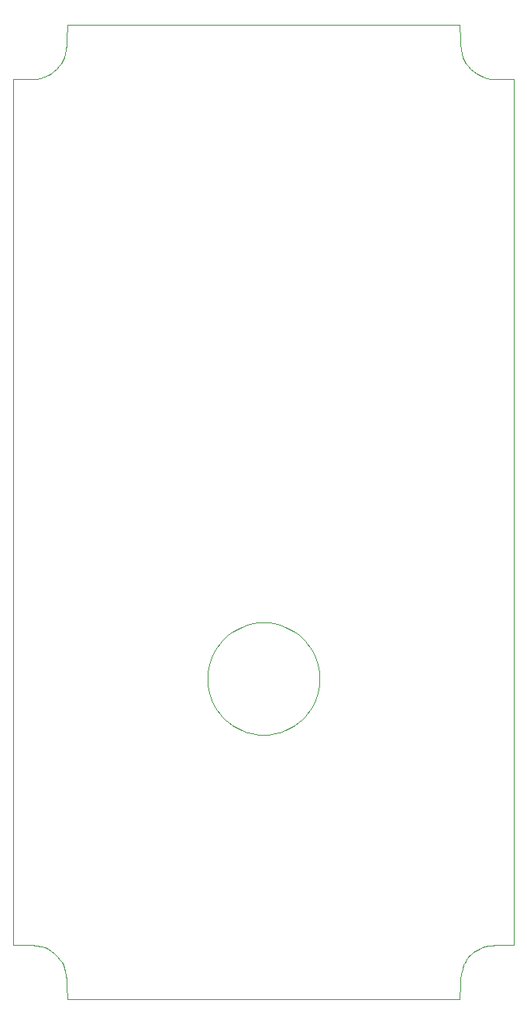
<source format=gbr>
G04 #@! TF.FileFunction,Profile,NP*
%FSLAX46Y46*%
G04 Gerber Fmt 4.6, Leading zero omitted, Abs format (unit mm)*
G04 Created by KiCad (PCBNEW 4.0.7-e0-6372~58~ubuntu16.04.1) date Fri Aug 17 11:57:39 2018*
%MOMM*%
%LPD*%
G01*
G04 APERTURE LIST*
%ADD10C,0.100000*%
G04 APERTURE END LIST*
D10*
X105396845Y-144108550D02*
X105442145Y-143435250D01*
X105442145Y-143435250D02*
X105521175Y-142841040D01*
X105521175Y-142841040D02*
X105637061Y-142318340D01*
X105637061Y-142318340D02*
X105792935Y-141859560D01*
X105792935Y-141859560D02*
X105886845Y-141651760D01*
X105886845Y-141651760D02*
X105991926Y-141457090D01*
X105991926Y-141457090D02*
X106108567Y-141274600D01*
X106108567Y-141274600D02*
X106237161Y-141103350D01*
X106237161Y-141103350D02*
X106378099Y-140942370D01*
X106378099Y-140942370D02*
X106531771Y-140790730D01*
X106531771Y-140790730D02*
X106878883Y-140511660D01*
X106878883Y-140511660D02*
X107206785Y-140290440D01*
X107206785Y-140290440D02*
X107509011Y-140114460D01*
X107509011Y-140114460D02*
X107804617Y-139978680D01*
X107804617Y-139978680D02*
X108112653Y-139878070D01*
X108112653Y-139878070D02*
X108452174Y-139807570D01*
X108452174Y-139807570D02*
X108842233Y-139762170D01*
X108842233Y-139762170D02*
X109301882Y-139736870D01*
X109301882Y-139736870D02*
X109850175Y-139726570D01*
X109850175Y-139726570D02*
X111296564Y-139715870D01*
X111296564Y-139715870D02*
X111296564Y-92443645D01*
X111296564Y-92443645D02*
X111296564Y-45171423D01*
X111296564Y-45171423D02*
X109850175Y-45170023D01*
X109850175Y-45170023D02*
X109266949Y-45155583D01*
X109266949Y-45155583D02*
X108750577Y-45111243D01*
X108750577Y-45111243D02*
X108291272Y-45033653D01*
X108291272Y-45033653D02*
X107879249Y-44919487D01*
X107879249Y-44919487D02*
X107504723Y-44765403D01*
X107504723Y-44765403D02*
X107157908Y-44568063D01*
X107157908Y-44568063D02*
X106829019Y-44324130D01*
X106829019Y-44324130D02*
X106508269Y-44030266D01*
X106508269Y-44030266D02*
X106240299Y-43737394D01*
X106240299Y-43737394D02*
X106017017Y-43434367D01*
X106017017Y-43434367D02*
X105834535Y-43109733D01*
X105834535Y-43109733D02*
X105688961Y-42752041D01*
X105688961Y-42752041D02*
X105576407Y-42349839D01*
X105576407Y-42349839D02*
X105492977Y-41891676D01*
X105492977Y-41891676D02*
X105434787Y-41366100D01*
X105434787Y-41366100D02*
X105397947Y-40761660D01*
X105397947Y-40761660D02*
X105333637Y-39244716D01*
X105333637Y-39244716D02*
X83922856Y-39244716D01*
X83922856Y-39244716D02*
X62512077Y-39244716D01*
X62512077Y-39244716D02*
X62438980Y-40786912D01*
X62438980Y-40786912D02*
X62400005Y-41386651D01*
X62400005Y-41386651D02*
X62341141Y-41904229D01*
X62341141Y-41904229D02*
X62257716Y-42353075D01*
X62257716Y-42353075D02*
X62145059Y-42746617D01*
X62145059Y-42746617D02*
X61998500Y-43098285D01*
X61998500Y-43098285D02*
X61813366Y-43421507D01*
X61813366Y-43421507D02*
X61584988Y-43729711D01*
X61584988Y-43729711D02*
X61308693Y-44036327D01*
X61308693Y-44036327D02*
X60998310Y-44327251D01*
X60998310Y-44327251D02*
X60676589Y-44569240D01*
X60676589Y-44569240D02*
X60334309Y-44765445D01*
X60334309Y-44765445D02*
X59962250Y-44919017D01*
X59962250Y-44919017D02*
X59551192Y-45033108D01*
X59551192Y-45033108D02*
X59091916Y-45110868D01*
X59091916Y-45110868D02*
X58575202Y-45155448D01*
X58575202Y-45155448D02*
X57991829Y-45169998D01*
X57991829Y-45169998D02*
X56545440Y-45171398D01*
X56545440Y-45171398D02*
X56545440Y-92443621D01*
X56545440Y-92443621D02*
X56545440Y-139715840D01*
X56545440Y-139715840D02*
X57991829Y-139716840D01*
X57991829Y-139716840D02*
X58598079Y-139732240D01*
X58598079Y-139732240D02*
X59129679Y-139779840D01*
X59129679Y-139779840D02*
X59598069Y-139863840D01*
X59598069Y-139863840D02*
X60014688Y-139988490D01*
X60014688Y-139988490D02*
X60390972Y-140158070D01*
X60390972Y-140158070D02*
X60738361Y-140376840D01*
X60738361Y-140376840D02*
X61068294Y-140649050D01*
X61068294Y-140649050D02*
X61392207Y-140978960D01*
X61392207Y-140978960D02*
X61657870Y-141291790D01*
X61657870Y-141291790D02*
X61873391Y-141592650D01*
X61873391Y-141592650D02*
X62044588Y-141899020D01*
X62044588Y-141899020D02*
X62177276Y-142228380D01*
X62177276Y-142228380D02*
X62277269Y-142598210D01*
X62277269Y-142598210D02*
X62350386Y-143025980D01*
X62350386Y-143025980D02*
X62402442Y-143529160D01*
X62402442Y-143529160D02*
X62439251Y-144125240D01*
X62439251Y-144125240D02*
X62512074Y-145642180D01*
X62512074Y-145642180D02*
X83922853Y-145642180D01*
X83922853Y-145642180D02*
X105333634Y-145642180D01*
X105333634Y-145642180D02*
X105396834Y-144108190D01*
X105396834Y-144108190D02*
X105396834Y-144108160D01*
X105396834Y-144108160D02*
X105396838Y-144108550D01*
X105396838Y-144108550D02*
X105396845Y-144108550D01*
X90046743Y-110632610D02*
X90039207Y-110936688D01*
X90039207Y-110936688D02*
X90016736Y-111238702D01*
X90016736Y-111238702D02*
X89927826Y-111834528D01*
X89927826Y-111834528D02*
X89781678Y-112416068D01*
X89781678Y-112416068D02*
X89579957Y-112979299D01*
X89579957Y-112979299D02*
X89324330Y-113520202D01*
X89324330Y-113520202D02*
X89016462Y-114034755D01*
X89016462Y-114034755D02*
X88658018Y-114518937D01*
X88658018Y-114518937D02*
X88460351Y-114748382D01*
X88460351Y-114748382D02*
X88250665Y-114968727D01*
X88250665Y-114968727D02*
X88030320Y-115178413D01*
X88030320Y-115178413D02*
X87800875Y-115376080D01*
X87800875Y-115376080D02*
X87316693Y-115734524D01*
X87316693Y-115734524D02*
X86802140Y-116042392D01*
X86802140Y-116042392D02*
X86261237Y-116298019D01*
X86261237Y-116298019D02*
X85698006Y-116499740D01*
X85698006Y-116499740D02*
X85116466Y-116645888D01*
X85116466Y-116645888D02*
X84520640Y-116734798D01*
X84520640Y-116734798D02*
X84218626Y-116757269D01*
X84218626Y-116757269D02*
X83914548Y-116764805D01*
X83914548Y-116764805D02*
X83610470Y-116757269D01*
X83610470Y-116757269D02*
X83308456Y-116734798D01*
X83308456Y-116734798D02*
X82712630Y-116645888D01*
X82712630Y-116645888D02*
X82131090Y-116499740D01*
X82131090Y-116499740D02*
X81567859Y-116298019D01*
X81567859Y-116298019D02*
X81026956Y-116042392D01*
X81026956Y-116042392D02*
X80512403Y-115734524D01*
X80512403Y-115734524D02*
X80028221Y-115376080D01*
X80028221Y-115376080D02*
X79798776Y-115178413D01*
X79798776Y-115178413D02*
X79578431Y-114968727D01*
X79578431Y-114968727D02*
X79368745Y-114748382D01*
X79368745Y-114748382D02*
X79171078Y-114518937D01*
X79171078Y-114518937D02*
X78812634Y-114034755D01*
X78812634Y-114034755D02*
X78504766Y-113520202D01*
X78504766Y-113520202D02*
X78249139Y-112979299D01*
X78249139Y-112979299D02*
X78047418Y-112416068D01*
X78047418Y-112416068D02*
X77901270Y-111834528D01*
X77901270Y-111834528D02*
X77812360Y-111238702D01*
X77812360Y-111238702D02*
X77789889Y-110936688D01*
X77789889Y-110936688D02*
X77782353Y-110632610D01*
X77782353Y-110632610D02*
X77789889Y-110328532D01*
X77789889Y-110328532D02*
X77812360Y-110026518D01*
X77812360Y-110026518D02*
X77901270Y-109430692D01*
X77901270Y-109430692D02*
X78047418Y-108849152D01*
X78047418Y-108849152D02*
X78249139Y-108285921D01*
X78249139Y-108285921D02*
X78504766Y-107745018D01*
X78504766Y-107745018D02*
X78812634Y-107230465D01*
X78812634Y-107230465D02*
X79171078Y-106746283D01*
X79171078Y-106746283D02*
X79368745Y-106516838D01*
X79368745Y-106516838D02*
X79578431Y-106296493D01*
X79578431Y-106296493D02*
X79798776Y-106086807D01*
X79798776Y-106086807D02*
X80028221Y-105889140D01*
X80028221Y-105889140D02*
X80512403Y-105530696D01*
X80512403Y-105530696D02*
X81026956Y-105222828D01*
X81026956Y-105222828D02*
X81567859Y-104967201D01*
X81567859Y-104967201D02*
X82131090Y-104765480D01*
X82131090Y-104765480D02*
X82712630Y-104619332D01*
X82712630Y-104619332D02*
X83308456Y-104530422D01*
X83308456Y-104530422D02*
X83610470Y-104507951D01*
X83610470Y-104507951D02*
X83914548Y-104500415D01*
X83914548Y-104500415D02*
X84218626Y-104507951D01*
X84218626Y-104507951D02*
X84520640Y-104530422D01*
X84520640Y-104530422D02*
X85116466Y-104619332D01*
X85116466Y-104619332D02*
X85698006Y-104765480D01*
X85698006Y-104765480D02*
X86261237Y-104967201D01*
X86261237Y-104967201D02*
X86802140Y-105222828D01*
X86802140Y-105222828D02*
X87316693Y-105530696D01*
X87316693Y-105530696D02*
X87800875Y-105889140D01*
X87800875Y-105889140D02*
X88030320Y-106086807D01*
X88030320Y-106086807D02*
X88250665Y-106296493D01*
X88250665Y-106296493D02*
X88460351Y-106516838D01*
X88460351Y-106516838D02*
X88658018Y-106746283D01*
X88658018Y-106746283D02*
X89016462Y-107230465D01*
X89016462Y-107230465D02*
X89324330Y-107745018D01*
X89324330Y-107745018D02*
X89579957Y-108285921D01*
X89579957Y-108285921D02*
X89781678Y-108849152D01*
X89781678Y-108849152D02*
X89927826Y-109430692D01*
X89927826Y-109430692D02*
X90016736Y-110026518D01*
X90016736Y-110026518D02*
X90039207Y-110328532D01*
X90039207Y-110328532D02*
X90046743Y-110632610D01*
X90046743Y-110632610D02*
X90046743Y-110632610D01*
X90046743Y-110632610D02*
X90046743Y-110632610D01*
M02*

</source>
